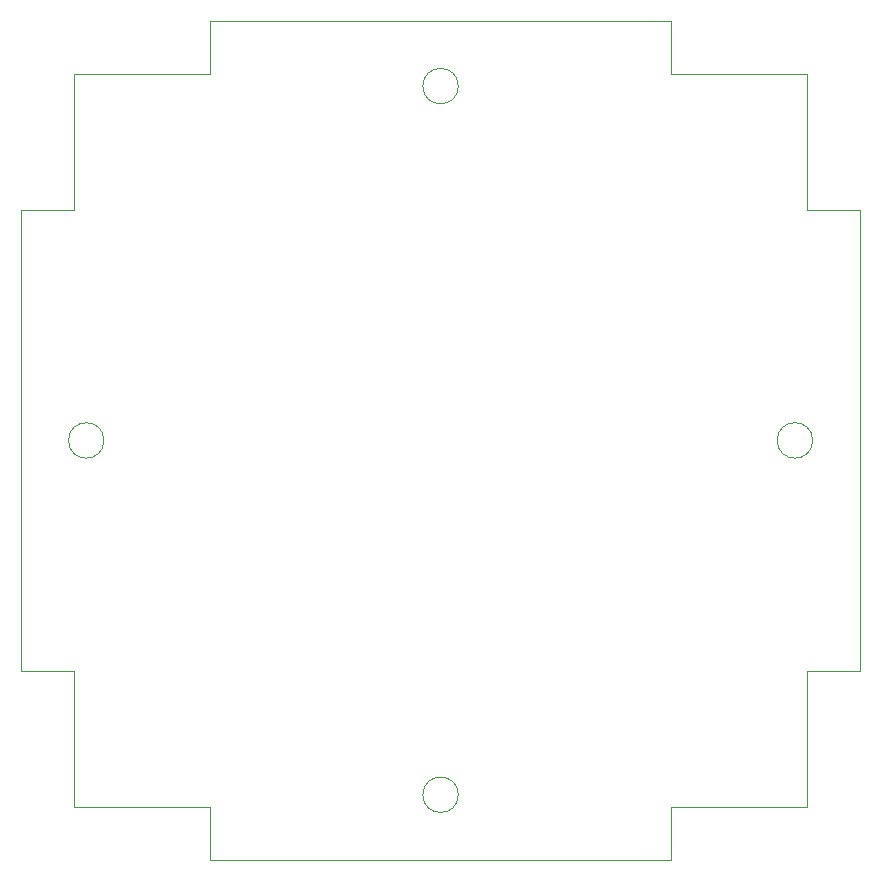
<source format=gbr>
G04 #@! TF.GenerationSoftware,KiCad,Pcbnew,(5.1.8)-1*
G04 #@! TF.CreationDate,2021-07-21T13:44:46+02:00*
G04 #@! TF.ProjectId,sensactUp2,73656e73-6163-4745-9570-322e6b696361,rev?*
G04 #@! TF.SameCoordinates,Original*
G04 #@! TF.FileFunction,Profile,NP*
%FSLAX46Y46*%
G04 Gerber Fmt 4.6, Leading zero omitted, Abs format (unit mm)*
G04 Created by KiCad (PCBNEW (5.1.8)-1) date 2021-07-21 13:44:46*
%MOMM*%
%LPD*%
G01*
G04 APERTURE LIST*
G04 #@! TA.AperFunction,Profile*
%ADD10C,0.050000*%
G04 #@! TD*
G04 APERTURE END LIST*
D10*
X101500000Y-130000000D02*
G75*
G03*
X101500000Y-130000000I-1500000J0D01*
G01*
X101500000Y-70000000D02*
G75*
G03*
X101500000Y-70000000I-1500000J0D01*
G01*
X131500000Y-100000000D02*
G75*
G03*
X131500000Y-100000000I-1500000J0D01*
G01*
X71500000Y-100000000D02*
G75*
G03*
X71500000Y-100000000I-1500000J0D01*
G01*
X64500000Y-80500000D02*
X69000000Y-80500000D01*
X69000000Y-119500000D02*
X64500000Y-119500000D01*
X69000000Y-131000000D02*
X69000000Y-119500000D01*
X70000000Y-131000000D02*
X69000000Y-131000000D01*
X80500000Y-64500000D02*
X119500000Y-64500000D01*
X80500000Y-69000000D02*
X80500000Y-64500000D01*
X69000000Y-69000000D02*
X80500000Y-69000000D01*
X69000000Y-80500000D02*
X69000000Y-69000000D01*
X64500000Y-119500000D02*
X64500000Y-80500000D01*
X80500000Y-131000000D02*
X70000000Y-131000000D01*
X80500000Y-135500000D02*
X80500000Y-131000000D01*
X119500000Y-135500000D02*
X80500000Y-135500000D01*
X119500000Y-131000000D02*
X119500000Y-135500000D01*
X131000000Y-131000000D02*
X119500000Y-131000000D01*
X131000000Y-119500000D02*
X131000000Y-131000000D01*
X135500000Y-119500000D02*
X131000000Y-119500000D01*
X135500000Y-80500000D02*
X135500000Y-119500000D01*
X131000000Y-80500000D02*
X135500000Y-80500000D01*
X131000000Y-80500000D02*
X131000000Y-69000000D01*
X119500000Y-69000000D02*
X131000000Y-69000000D01*
X119500000Y-64500000D02*
X119500000Y-69000000D01*
M02*

</source>
